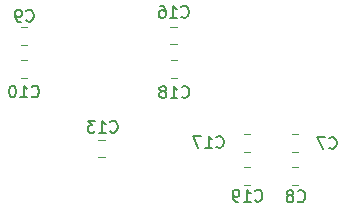
<source format=gbr>
%TF.GenerationSoftware,KiCad,Pcbnew,7.0.1*%
%TF.CreationDate,2024-02-12T12:04:44+00:00*%
%TF.ProjectId,UoB TICSP,556f4220-5449-4435-9350-2e6b69636164,1*%
%TF.SameCoordinates,Original*%
%TF.FileFunction,Legend,Bot*%
%TF.FilePolarity,Positive*%
%FSLAX46Y46*%
G04 Gerber Fmt 4.6, Leading zero omitted, Abs format (unit mm)*
G04 Created by KiCad (PCBNEW 7.0.1) date 2024-02-12 12:04:44*
%MOMM*%
%LPD*%
G01*
G04 APERTURE LIST*
%ADD10C,0.150000*%
%ADD11C,0.120000*%
G04 APERTURE END LIST*
D10*
%TO.C,C10*%
X106865657Y-76237180D02*
X106913276Y-76284800D01*
X106913276Y-76284800D02*
X107056133Y-76332419D01*
X107056133Y-76332419D02*
X107151371Y-76332419D01*
X107151371Y-76332419D02*
X107294228Y-76284800D01*
X107294228Y-76284800D02*
X107389466Y-76189561D01*
X107389466Y-76189561D02*
X107437085Y-76094323D01*
X107437085Y-76094323D02*
X107484704Y-75903847D01*
X107484704Y-75903847D02*
X107484704Y-75760990D01*
X107484704Y-75760990D02*
X107437085Y-75570514D01*
X107437085Y-75570514D02*
X107389466Y-75475276D01*
X107389466Y-75475276D02*
X107294228Y-75380038D01*
X107294228Y-75380038D02*
X107151371Y-75332419D01*
X107151371Y-75332419D02*
X107056133Y-75332419D01*
X107056133Y-75332419D02*
X106913276Y-75380038D01*
X106913276Y-75380038D02*
X106865657Y-75427657D01*
X105913276Y-76332419D02*
X106484704Y-76332419D01*
X106198990Y-76332419D02*
X106198990Y-75332419D01*
X106198990Y-75332419D02*
X106294228Y-75475276D01*
X106294228Y-75475276D02*
X106389466Y-75570514D01*
X106389466Y-75570514D02*
X106484704Y-75618133D01*
X105294228Y-75332419D02*
X105198990Y-75332419D01*
X105198990Y-75332419D02*
X105103752Y-75380038D01*
X105103752Y-75380038D02*
X105056133Y-75427657D01*
X105056133Y-75427657D02*
X105008514Y-75522895D01*
X105008514Y-75522895D02*
X104960895Y-75713371D01*
X104960895Y-75713371D02*
X104960895Y-75951466D01*
X104960895Y-75951466D02*
X105008514Y-76141942D01*
X105008514Y-76141942D02*
X105056133Y-76237180D01*
X105056133Y-76237180D02*
X105103752Y-76284800D01*
X105103752Y-76284800D02*
X105198990Y-76332419D01*
X105198990Y-76332419D02*
X105294228Y-76332419D01*
X105294228Y-76332419D02*
X105389466Y-76284800D01*
X105389466Y-76284800D02*
X105437085Y-76237180D01*
X105437085Y-76237180D02*
X105484704Y-76141942D01*
X105484704Y-76141942D02*
X105532323Y-75951466D01*
X105532323Y-75951466D02*
X105532323Y-75713371D01*
X105532323Y-75713371D02*
X105484704Y-75522895D01*
X105484704Y-75522895D02*
X105437085Y-75427657D01*
X105437085Y-75427657D02*
X105389466Y-75380038D01*
X105389466Y-75380038D02*
X105294228Y-75332419D01*
%TO.C,C7*%
X132068866Y-80580580D02*
X132116485Y-80628200D01*
X132116485Y-80628200D02*
X132259342Y-80675819D01*
X132259342Y-80675819D02*
X132354580Y-80675819D01*
X132354580Y-80675819D02*
X132497437Y-80628200D01*
X132497437Y-80628200D02*
X132592675Y-80532961D01*
X132592675Y-80532961D02*
X132640294Y-80437723D01*
X132640294Y-80437723D02*
X132687913Y-80247247D01*
X132687913Y-80247247D02*
X132687913Y-80104390D01*
X132687913Y-80104390D02*
X132640294Y-79913914D01*
X132640294Y-79913914D02*
X132592675Y-79818676D01*
X132592675Y-79818676D02*
X132497437Y-79723438D01*
X132497437Y-79723438D02*
X132354580Y-79675819D01*
X132354580Y-79675819D02*
X132259342Y-79675819D01*
X132259342Y-79675819D02*
X132116485Y-79723438D01*
X132116485Y-79723438D02*
X132068866Y-79771057D01*
X131735532Y-79675819D02*
X131068866Y-79675819D01*
X131068866Y-79675819D02*
X131497437Y-80675819D01*
%TO.C,C17*%
X122512057Y-80504380D02*
X122559676Y-80552000D01*
X122559676Y-80552000D02*
X122702533Y-80599619D01*
X122702533Y-80599619D02*
X122797771Y-80599619D01*
X122797771Y-80599619D02*
X122940628Y-80552000D01*
X122940628Y-80552000D02*
X123035866Y-80456761D01*
X123035866Y-80456761D02*
X123083485Y-80361523D01*
X123083485Y-80361523D02*
X123131104Y-80171047D01*
X123131104Y-80171047D02*
X123131104Y-80028190D01*
X123131104Y-80028190D02*
X123083485Y-79837714D01*
X123083485Y-79837714D02*
X123035866Y-79742476D01*
X123035866Y-79742476D02*
X122940628Y-79647238D01*
X122940628Y-79647238D02*
X122797771Y-79599619D01*
X122797771Y-79599619D02*
X122702533Y-79599619D01*
X122702533Y-79599619D02*
X122559676Y-79647238D01*
X122559676Y-79647238D02*
X122512057Y-79694857D01*
X121559676Y-80599619D02*
X122131104Y-80599619D01*
X121845390Y-80599619D02*
X121845390Y-79599619D01*
X121845390Y-79599619D02*
X121940628Y-79742476D01*
X121940628Y-79742476D02*
X122035866Y-79837714D01*
X122035866Y-79837714D02*
X122131104Y-79885333D01*
X121226342Y-79599619D02*
X120559676Y-79599619D01*
X120559676Y-79599619D02*
X120988247Y-80599619D01*
%TO.C,C9*%
X106414866Y-69807380D02*
X106462485Y-69855000D01*
X106462485Y-69855000D02*
X106605342Y-69902619D01*
X106605342Y-69902619D02*
X106700580Y-69902619D01*
X106700580Y-69902619D02*
X106843437Y-69855000D01*
X106843437Y-69855000D02*
X106938675Y-69759761D01*
X106938675Y-69759761D02*
X106986294Y-69664523D01*
X106986294Y-69664523D02*
X107033913Y-69474047D01*
X107033913Y-69474047D02*
X107033913Y-69331190D01*
X107033913Y-69331190D02*
X106986294Y-69140714D01*
X106986294Y-69140714D02*
X106938675Y-69045476D01*
X106938675Y-69045476D02*
X106843437Y-68950238D01*
X106843437Y-68950238D02*
X106700580Y-68902619D01*
X106700580Y-68902619D02*
X106605342Y-68902619D01*
X106605342Y-68902619D02*
X106462485Y-68950238D01*
X106462485Y-68950238D02*
X106414866Y-68997857D01*
X105938675Y-69902619D02*
X105748199Y-69902619D01*
X105748199Y-69902619D02*
X105652961Y-69855000D01*
X105652961Y-69855000D02*
X105605342Y-69807380D01*
X105605342Y-69807380D02*
X105510104Y-69664523D01*
X105510104Y-69664523D02*
X105462485Y-69474047D01*
X105462485Y-69474047D02*
X105462485Y-69093095D01*
X105462485Y-69093095D02*
X105510104Y-68997857D01*
X105510104Y-68997857D02*
X105557723Y-68950238D01*
X105557723Y-68950238D02*
X105652961Y-68902619D01*
X105652961Y-68902619D02*
X105843437Y-68902619D01*
X105843437Y-68902619D02*
X105938675Y-68950238D01*
X105938675Y-68950238D02*
X105986294Y-68997857D01*
X105986294Y-68997857D02*
X106033913Y-69093095D01*
X106033913Y-69093095D02*
X106033913Y-69331190D01*
X106033913Y-69331190D02*
X105986294Y-69426428D01*
X105986294Y-69426428D02*
X105938675Y-69474047D01*
X105938675Y-69474047D02*
X105843437Y-69521666D01*
X105843437Y-69521666D02*
X105652961Y-69521666D01*
X105652961Y-69521666D02*
X105557723Y-69474047D01*
X105557723Y-69474047D02*
X105510104Y-69426428D01*
X105510104Y-69426428D02*
X105462485Y-69331190D01*
%TO.C,C8*%
X129401866Y-85101780D02*
X129449485Y-85149400D01*
X129449485Y-85149400D02*
X129592342Y-85197019D01*
X129592342Y-85197019D02*
X129687580Y-85197019D01*
X129687580Y-85197019D02*
X129830437Y-85149400D01*
X129830437Y-85149400D02*
X129925675Y-85054161D01*
X129925675Y-85054161D02*
X129973294Y-84958923D01*
X129973294Y-84958923D02*
X130020913Y-84768447D01*
X130020913Y-84768447D02*
X130020913Y-84625590D01*
X130020913Y-84625590D02*
X129973294Y-84435114D01*
X129973294Y-84435114D02*
X129925675Y-84339876D01*
X129925675Y-84339876D02*
X129830437Y-84244638D01*
X129830437Y-84244638D02*
X129687580Y-84197019D01*
X129687580Y-84197019D02*
X129592342Y-84197019D01*
X129592342Y-84197019D02*
X129449485Y-84244638D01*
X129449485Y-84244638D02*
X129401866Y-84292257D01*
X128830437Y-84625590D02*
X128925675Y-84577971D01*
X128925675Y-84577971D02*
X128973294Y-84530352D01*
X128973294Y-84530352D02*
X129020913Y-84435114D01*
X129020913Y-84435114D02*
X129020913Y-84387495D01*
X129020913Y-84387495D02*
X128973294Y-84292257D01*
X128973294Y-84292257D02*
X128925675Y-84244638D01*
X128925675Y-84244638D02*
X128830437Y-84197019D01*
X128830437Y-84197019D02*
X128639961Y-84197019D01*
X128639961Y-84197019D02*
X128544723Y-84244638D01*
X128544723Y-84244638D02*
X128497104Y-84292257D01*
X128497104Y-84292257D02*
X128449485Y-84387495D01*
X128449485Y-84387495D02*
X128449485Y-84435114D01*
X128449485Y-84435114D02*
X128497104Y-84530352D01*
X128497104Y-84530352D02*
X128544723Y-84577971D01*
X128544723Y-84577971D02*
X128639961Y-84625590D01*
X128639961Y-84625590D02*
X128830437Y-84625590D01*
X128830437Y-84625590D02*
X128925675Y-84673209D01*
X128925675Y-84673209D02*
X128973294Y-84720828D01*
X128973294Y-84720828D02*
X129020913Y-84816066D01*
X129020913Y-84816066D02*
X129020913Y-85006542D01*
X129020913Y-85006542D02*
X128973294Y-85101780D01*
X128973294Y-85101780D02*
X128925675Y-85149400D01*
X128925675Y-85149400D02*
X128830437Y-85197019D01*
X128830437Y-85197019D02*
X128639961Y-85197019D01*
X128639961Y-85197019D02*
X128544723Y-85149400D01*
X128544723Y-85149400D02*
X128497104Y-85101780D01*
X128497104Y-85101780D02*
X128449485Y-85006542D01*
X128449485Y-85006542D02*
X128449485Y-84816066D01*
X128449485Y-84816066D02*
X128497104Y-84720828D01*
X128497104Y-84720828D02*
X128544723Y-84673209D01*
X128544723Y-84673209D02*
X128639961Y-84625590D01*
%TO.C,C16*%
X119540257Y-69480780D02*
X119587876Y-69528400D01*
X119587876Y-69528400D02*
X119730733Y-69576019D01*
X119730733Y-69576019D02*
X119825971Y-69576019D01*
X119825971Y-69576019D02*
X119968828Y-69528400D01*
X119968828Y-69528400D02*
X120064066Y-69433161D01*
X120064066Y-69433161D02*
X120111685Y-69337923D01*
X120111685Y-69337923D02*
X120159304Y-69147447D01*
X120159304Y-69147447D02*
X120159304Y-69004590D01*
X120159304Y-69004590D02*
X120111685Y-68814114D01*
X120111685Y-68814114D02*
X120064066Y-68718876D01*
X120064066Y-68718876D02*
X119968828Y-68623638D01*
X119968828Y-68623638D02*
X119825971Y-68576019D01*
X119825971Y-68576019D02*
X119730733Y-68576019D01*
X119730733Y-68576019D02*
X119587876Y-68623638D01*
X119587876Y-68623638D02*
X119540257Y-68671257D01*
X118587876Y-69576019D02*
X119159304Y-69576019D01*
X118873590Y-69576019D02*
X118873590Y-68576019D01*
X118873590Y-68576019D02*
X118968828Y-68718876D01*
X118968828Y-68718876D02*
X119064066Y-68814114D01*
X119064066Y-68814114D02*
X119159304Y-68861733D01*
X117730733Y-68576019D02*
X117921209Y-68576019D01*
X117921209Y-68576019D02*
X118016447Y-68623638D01*
X118016447Y-68623638D02*
X118064066Y-68671257D01*
X118064066Y-68671257D02*
X118159304Y-68814114D01*
X118159304Y-68814114D02*
X118206923Y-69004590D01*
X118206923Y-69004590D02*
X118206923Y-69385542D01*
X118206923Y-69385542D02*
X118159304Y-69480780D01*
X118159304Y-69480780D02*
X118111685Y-69528400D01*
X118111685Y-69528400D02*
X118016447Y-69576019D01*
X118016447Y-69576019D02*
X117825971Y-69576019D01*
X117825971Y-69576019D02*
X117730733Y-69528400D01*
X117730733Y-69528400D02*
X117683114Y-69480780D01*
X117683114Y-69480780D02*
X117635495Y-69385542D01*
X117635495Y-69385542D02*
X117635495Y-69147447D01*
X117635495Y-69147447D02*
X117683114Y-69052209D01*
X117683114Y-69052209D02*
X117730733Y-69004590D01*
X117730733Y-69004590D02*
X117825971Y-68956971D01*
X117825971Y-68956971D02*
X118016447Y-68956971D01*
X118016447Y-68956971D02*
X118111685Y-69004590D01*
X118111685Y-69004590D02*
X118159304Y-69052209D01*
X118159304Y-69052209D02*
X118206923Y-69147447D01*
%TO.C,C19*%
X125788657Y-85050980D02*
X125836276Y-85098600D01*
X125836276Y-85098600D02*
X125979133Y-85146219D01*
X125979133Y-85146219D02*
X126074371Y-85146219D01*
X126074371Y-85146219D02*
X126217228Y-85098600D01*
X126217228Y-85098600D02*
X126312466Y-85003361D01*
X126312466Y-85003361D02*
X126360085Y-84908123D01*
X126360085Y-84908123D02*
X126407704Y-84717647D01*
X126407704Y-84717647D02*
X126407704Y-84574790D01*
X126407704Y-84574790D02*
X126360085Y-84384314D01*
X126360085Y-84384314D02*
X126312466Y-84289076D01*
X126312466Y-84289076D02*
X126217228Y-84193838D01*
X126217228Y-84193838D02*
X126074371Y-84146219D01*
X126074371Y-84146219D02*
X125979133Y-84146219D01*
X125979133Y-84146219D02*
X125836276Y-84193838D01*
X125836276Y-84193838D02*
X125788657Y-84241457D01*
X124836276Y-85146219D02*
X125407704Y-85146219D01*
X125121990Y-85146219D02*
X125121990Y-84146219D01*
X125121990Y-84146219D02*
X125217228Y-84289076D01*
X125217228Y-84289076D02*
X125312466Y-84384314D01*
X125312466Y-84384314D02*
X125407704Y-84431933D01*
X124360085Y-85146219D02*
X124169609Y-85146219D01*
X124169609Y-85146219D02*
X124074371Y-85098600D01*
X124074371Y-85098600D02*
X124026752Y-85050980D01*
X124026752Y-85050980D02*
X123931514Y-84908123D01*
X123931514Y-84908123D02*
X123883895Y-84717647D01*
X123883895Y-84717647D02*
X123883895Y-84336695D01*
X123883895Y-84336695D02*
X123931514Y-84241457D01*
X123931514Y-84241457D02*
X123979133Y-84193838D01*
X123979133Y-84193838D02*
X124074371Y-84146219D01*
X124074371Y-84146219D02*
X124264847Y-84146219D01*
X124264847Y-84146219D02*
X124360085Y-84193838D01*
X124360085Y-84193838D02*
X124407704Y-84241457D01*
X124407704Y-84241457D02*
X124455323Y-84336695D01*
X124455323Y-84336695D02*
X124455323Y-84574790D01*
X124455323Y-84574790D02*
X124407704Y-84670028D01*
X124407704Y-84670028D02*
X124360085Y-84717647D01*
X124360085Y-84717647D02*
X124264847Y-84765266D01*
X124264847Y-84765266D02*
X124074371Y-84765266D01*
X124074371Y-84765266D02*
X123979133Y-84717647D01*
X123979133Y-84717647D02*
X123931514Y-84670028D01*
X123931514Y-84670028D02*
X123883895Y-84574790D01*
%TO.C,C13*%
X113520457Y-79208980D02*
X113568076Y-79256600D01*
X113568076Y-79256600D02*
X113710933Y-79304219D01*
X113710933Y-79304219D02*
X113806171Y-79304219D01*
X113806171Y-79304219D02*
X113949028Y-79256600D01*
X113949028Y-79256600D02*
X114044266Y-79161361D01*
X114044266Y-79161361D02*
X114091885Y-79066123D01*
X114091885Y-79066123D02*
X114139504Y-78875647D01*
X114139504Y-78875647D02*
X114139504Y-78732790D01*
X114139504Y-78732790D02*
X114091885Y-78542314D01*
X114091885Y-78542314D02*
X114044266Y-78447076D01*
X114044266Y-78447076D02*
X113949028Y-78351838D01*
X113949028Y-78351838D02*
X113806171Y-78304219D01*
X113806171Y-78304219D02*
X113710933Y-78304219D01*
X113710933Y-78304219D02*
X113568076Y-78351838D01*
X113568076Y-78351838D02*
X113520457Y-78399457D01*
X112568076Y-79304219D02*
X113139504Y-79304219D01*
X112853790Y-79304219D02*
X112853790Y-78304219D01*
X112853790Y-78304219D02*
X112949028Y-78447076D01*
X112949028Y-78447076D02*
X113044266Y-78542314D01*
X113044266Y-78542314D02*
X113139504Y-78589933D01*
X112234742Y-78304219D02*
X111615695Y-78304219D01*
X111615695Y-78304219D02*
X111949028Y-78685171D01*
X111949028Y-78685171D02*
X111806171Y-78685171D01*
X111806171Y-78685171D02*
X111710933Y-78732790D01*
X111710933Y-78732790D02*
X111663314Y-78780409D01*
X111663314Y-78780409D02*
X111615695Y-78875647D01*
X111615695Y-78875647D02*
X111615695Y-79113742D01*
X111615695Y-79113742D02*
X111663314Y-79208980D01*
X111663314Y-79208980D02*
X111710933Y-79256600D01*
X111710933Y-79256600D02*
X111806171Y-79304219D01*
X111806171Y-79304219D02*
X112091885Y-79304219D01*
X112091885Y-79304219D02*
X112187123Y-79256600D01*
X112187123Y-79256600D02*
X112234742Y-79208980D01*
%TO.C,C18*%
X119591057Y-76287980D02*
X119638676Y-76335600D01*
X119638676Y-76335600D02*
X119781533Y-76383219D01*
X119781533Y-76383219D02*
X119876771Y-76383219D01*
X119876771Y-76383219D02*
X120019628Y-76335600D01*
X120019628Y-76335600D02*
X120114866Y-76240361D01*
X120114866Y-76240361D02*
X120162485Y-76145123D01*
X120162485Y-76145123D02*
X120210104Y-75954647D01*
X120210104Y-75954647D02*
X120210104Y-75811790D01*
X120210104Y-75811790D02*
X120162485Y-75621314D01*
X120162485Y-75621314D02*
X120114866Y-75526076D01*
X120114866Y-75526076D02*
X120019628Y-75430838D01*
X120019628Y-75430838D02*
X119876771Y-75383219D01*
X119876771Y-75383219D02*
X119781533Y-75383219D01*
X119781533Y-75383219D02*
X119638676Y-75430838D01*
X119638676Y-75430838D02*
X119591057Y-75478457D01*
X118638676Y-76383219D02*
X119210104Y-76383219D01*
X118924390Y-76383219D02*
X118924390Y-75383219D01*
X118924390Y-75383219D02*
X119019628Y-75526076D01*
X119019628Y-75526076D02*
X119114866Y-75621314D01*
X119114866Y-75621314D02*
X119210104Y-75668933D01*
X118067247Y-75811790D02*
X118162485Y-75764171D01*
X118162485Y-75764171D02*
X118210104Y-75716552D01*
X118210104Y-75716552D02*
X118257723Y-75621314D01*
X118257723Y-75621314D02*
X118257723Y-75573695D01*
X118257723Y-75573695D02*
X118210104Y-75478457D01*
X118210104Y-75478457D02*
X118162485Y-75430838D01*
X118162485Y-75430838D02*
X118067247Y-75383219D01*
X118067247Y-75383219D02*
X117876771Y-75383219D01*
X117876771Y-75383219D02*
X117781533Y-75430838D01*
X117781533Y-75430838D02*
X117733914Y-75478457D01*
X117733914Y-75478457D02*
X117686295Y-75573695D01*
X117686295Y-75573695D02*
X117686295Y-75621314D01*
X117686295Y-75621314D02*
X117733914Y-75716552D01*
X117733914Y-75716552D02*
X117781533Y-75764171D01*
X117781533Y-75764171D02*
X117876771Y-75811790D01*
X117876771Y-75811790D02*
X118067247Y-75811790D01*
X118067247Y-75811790D02*
X118162485Y-75859409D01*
X118162485Y-75859409D02*
X118210104Y-75907028D01*
X118210104Y-75907028D02*
X118257723Y-76002266D01*
X118257723Y-76002266D02*
X118257723Y-76192742D01*
X118257723Y-76192742D02*
X118210104Y-76287980D01*
X118210104Y-76287980D02*
X118162485Y-76335600D01*
X118162485Y-76335600D02*
X118067247Y-76383219D01*
X118067247Y-76383219D02*
X117876771Y-76383219D01*
X117876771Y-76383219D02*
X117781533Y-76335600D01*
X117781533Y-76335600D02*
X117733914Y-76287980D01*
X117733914Y-76287980D02*
X117686295Y-76192742D01*
X117686295Y-76192742D02*
X117686295Y-76002266D01*
X117686295Y-76002266D02*
X117733914Y-75907028D01*
X117733914Y-75907028D02*
X117781533Y-75859409D01*
X117781533Y-75859409D02*
X117876771Y-75811790D01*
D11*
%TO.C,C10*%
X106499252Y-74649000D02*
X105976748Y-74649000D01*
X106499252Y-73179000D02*
X105976748Y-73179000D01*
%TO.C,C7*%
X129435452Y-80922800D02*
X128912948Y-80922800D01*
X129435452Y-79452800D02*
X128912948Y-79452800D01*
%TO.C,C17*%
X125371452Y-80922800D02*
X124848948Y-80922800D01*
X125371452Y-79452800D02*
X124848948Y-79452800D01*
%TO.C,C9*%
X106509452Y-71855000D02*
X105986948Y-71855000D01*
X106509452Y-70385000D02*
X105986948Y-70385000D01*
%TO.C,C8*%
X129435452Y-83716800D02*
X128912948Y-83716800D01*
X129435452Y-82246800D02*
X128912948Y-82246800D01*
%TO.C,C16*%
X118610748Y-70359600D02*
X119133252Y-70359600D01*
X118610748Y-71829600D02*
X119133252Y-71829600D01*
%TO.C,C19*%
X125371452Y-83716800D02*
X124848948Y-83716800D01*
X125371452Y-82246800D02*
X124848948Y-82246800D01*
%TO.C,C13*%
X113037252Y-81405400D02*
X112514748Y-81405400D01*
X113037252Y-79935400D02*
X112514748Y-79935400D01*
%TO.C,C18*%
X118625948Y-73179000D02*
X119148452Y-73179000D01*
X118625948Y-74649000D02*
X119148452Y-74649000D01*
%TD*%
M02*

</source>
